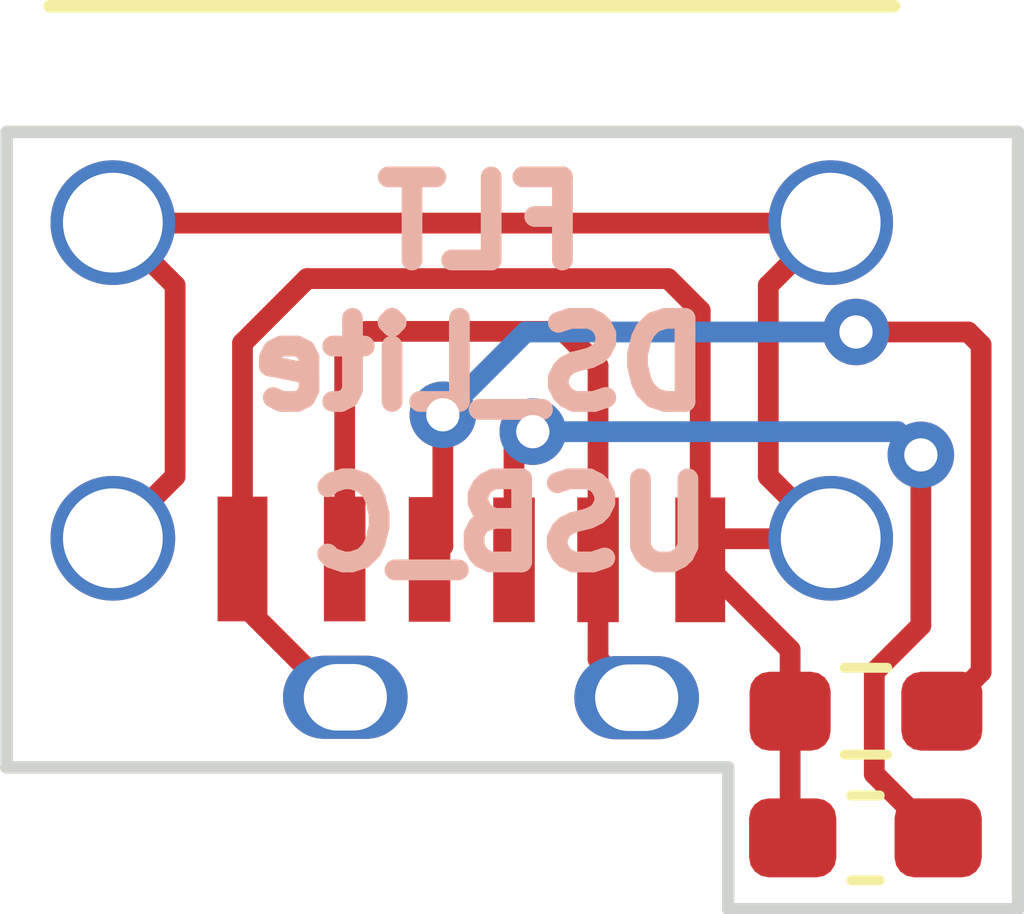
<source format=kicad_pcb>
(kicad_pcb (version 20171130) (host pcbnew 5.1.9+dfsg1-1)

  (general
    (thickness 1.6)
    (drawings 9)
    (tracks 46)
    (zones 0)
    (modules 4)
    (nets 5)
  )

  (page A4)
  (layers
    (0 F.Cu signal)
    (31 B.Cu signal)
    (32 B.Adhes user)
    (33 F.Adhes user)
    (34 B.Paste user)
    (35 F.Paste user)
    (36 B.SilkS user)
    (37 F.SilkS user)
    (38 B.Mask user)
    (39 F.Mask user)
    (40 Dwgs.User user)
    (41 Cmts.User user)
    (42 Eco1.User user)
    (43 Eco2.User user)
    (44 Edge.Cuts user)
    (45 Margin user)
    (46 B.CrtYd user)
    (47 F.CrtYd user)
    (48 B.Fab user)
    (49 F.Fab user)
  )

  (setup
    (last_trace_width 0.25)
    (trace_clearance 0.2)
    (zone_clearance 0.508)
    (zone_45_only no)
    (trace_min 0.2)
    (via_size 0.8)
    (via_drill 0.4)
    (via_min_size 0.4)
    (via_min_drill 0.3)
    (uvia_size 0.3)
    (uvia_drill 0.1)
    (uvias_allowed no)
    (uvia_min_size 0.2)
    (uvia_min_drill 0.1)
    (edge_width 0.15)
    (segment_width 0.2)
    (pcb_text_width 0.3)
    (pcb_text_size 1.5 1.5)
    (mod_edge_width 0.15)
    (mod_text_size 1 1)
    (mod_text_width 0.15)
    (pad_size 1.524 1.524)
    (pad_drill 0.762)
    (pad_to_mask_clearance 0.051)
    (solder_mask_min_width 0.25)
    (aux_axis_origin 0 0)
    (visible_elements FFFFFF7F)
    (pcbplotparams
      (layerselection 0x010f0_ffffffff)
      (usegerberextensions false)
      (usegerberattributes false)
      (usegerberadvancedattributes false)
      (creategerberjobfile false)
      (excludeedgelayer true)
      (linewidth 0.100000)
      (plotframeref false)
      (viasonmask false)
      (mode 1)
      (useauxorigin false)
      (hpglpennumber 1)
      (hpglpenspeed 20)
      (hpglpendiameter 15.000000)
      (psnegative false)
      (psa4output false)
      (plotreference true)
      (plotvalue true)
      (plotinvisibletext false)
      (padsonsilk false)
      (subtractmaskfromsilk false)
      (outputformat 1)
      (mirror false)
      (drillshape 0)
      (scaleselection 1)
      (outputdirectory "gerbers/"))
  )

  (net 0 "")
  (net 1 "Net-(U1-Pad2)")
  (net 2 "Net-(R1-Pad1)")
  (net 3 "Net-(R1-Pad2)")
  (net 4 "Net-(R2-Pad1)")

  (net_class Default "This is the default net class."
    (clearance 0.2)
    (trace_width 0.25)
    (via_dia 0.8)
    (via_drill 0.4)
    (uvia_dia 0.3)
    (uvia_drill 0.1)
    (add_net "Net-(R1-Pad1)")
    (add_net "Net-(R1-Pad2)")
    (add_net "Net-(R2-Pad1)")
    (add_net "Net-(U1-Pad2)")
  )

  (module custom_connectors:ds_lite_charger_pins (layer F.Cu) (tedit 6179224B) (tstamp 6263F720)
    (at 148.73224 76.0222)
    (path /6043BDCD)
    (fp_text reference U2 (at 0.01016 -1.88468) (layer F.SilkS) hide
      (effects (font (size 1 1) (thickness 0.15)))
    )
    (fp_text value battery_custom (at 0.4064 -3.68808) (layer F.Fab) hide
      (effects (font (size 1 1) (thickness 0.15)))
    )
    (pad 1 thru_hole oval (at -1.7526 -0.00508 90) (size 1 1.5) (drill oval 0.8 1) (layers *.Cu *.Mask)
      (net 3 "Net-(R1-Pad2)"))
    (pad 2 thru_hole oval (at 1.7526 0 90) (size 1 1.5) (drill oval 0.8 1) (layers *.Cu *.Mask)
      (net 1 "Net-(U1-Pad2)"))
  )

  (module Resistor_SMD:R_0603_1608Metric_Pad1.05x0.95mm_HandSolder (layer F.Cu) (tedit 60A3E85B) (tstamp 617982E8)
    (at 153.23696 77.70876 180)
    (descr "Resistor SMD 0603 (1608 Metric), square (rectangular) end terminal, IPC_7351 nominal with elongated pad for handsoldering. (Body size source: http://www.tortai-tech.com/upload/download/2011102023233369053.pdf), generated with kicad-footprint-generator")
    (tags "resistor handsolder")
    (path /606EE45F)
    (attr smd)
    (fp_text reference R1 (at 0 -1.43 180) (layer F.SilkS) hide
      (effects (font (size 1 1) (thickness 0.15)))
    )
    (fp_text value R (at 0 1.43 180) (layer F.Fab) hide
      (effects (font (size 1 1) (thickness 0.15)))
    )
    (fp_line (start 1.65 0.73) (end -1.65 0.73) (layer F.CrtYd) (width 0.05))
    (fp_line (start 1.65 -0.73) (end 1.65 0.73) (layer F.CrtYd) (width 0.05))
    (fp_line (start -1.65 -0.73) (end 1.65 -0.73) (layer F.CrtYd) (width 0.05))
    (fp_line (start -1.65 0.73) (end -1.65 -0.73) (layer F.CrtYd) (width 0.05))
    (fp_line (start -0.171267 0.51) (end 0.171267 0.51) (layer F.SilkS) (width 0.12))
    (fp_line (start -0.171267 -0.51) (end 0.171267 -0.51) (layer F.SilkS) (width 0.12))
    (fp_line (start 0.8 0.4) (end -0.8 0.4) (layer F.Fab) (width 0.1))
    (fp_line (start 0.8 -0.4) (end 0.8 0.4) (layer F.Fab) (width 0.1))
    (fp_line (start -0.8 -0.4) (end 0.8 -0.4) (layer F.Fab) (width 0.1))
    (fp_line (start -0.8 0.4) (end -0.8 -0.4) (layer F.Fab) (width 0.1))
    (fp_text user %R (at 0 0 180) (layer F.Fab)
      (effects (font (size 0.4 0.4) (thickness 0.06)))
    )
    (pad 1 smd roundrect (at -0.875 0 180) (size 1.05 0.95) (layers F.Cu F.Paste F.Mask) (roundrect_rratio 0.25)
      (net 2 "Net-(R1-Pad1)"))
    (pad 2 smd roundrect (at 0.875 0 180) (size 1.05 0.95) (layers F.Cu F.Paste F.Mask) (roundrect_rratio 0.25)
      (net 3 "Net-(R1-Pad2)"))
    (model ${KISYS3DMOD}/Resistor_SMD.3dshapes/R_0603_1608Metric.wrl
      (at (xyz 0 0 0))
      (scale (xyz 1 1 1))
      (rotate (xyz 0 0 0))
    )
  )

  (module Resistor_SMD:R_0603_1608Metric_Pad0.98x0.95mm_HandSolder (layer F.Cu) (tedit 5F68FEEE) (tstamp 6263F92E)
    (at 153.24328 76.18476 180)
    (descr "Resistor SMD 0603 (1608 Metric), square (rectangular) end terminal, IPC_7351 nominal with elongated pad for handsoldering. (Body size source: IPC-SM-782 page 72, https://www.pcb-3d.com/wordpress/wp-content/uploads/ipc-sm-782a_amendment_1_and_2.pdf), generated with kicad-footprint-generator")
    (tags "resistor handsolder")
    (path /617415DA)
    (attr smd)
    (fp_text reference R2 (at 0 -1.43) (layer F.SilkS) hide
      (effects (font (size 1 1) (thickness 0.15)))
    )
    (fp_text value R (at 0 1.43) (layer F.Fab) hide
      (effects (font (size 1 1) (thickness 0.15)))
    )
    (fp_line (start 1.65 0.73) (end -1.65 0.73) (layer F.CrtYd) (width 0.05))
    (fp_line (start 1.65 -0.73) (end 1.65 0.73) (layer F.CrtYd) (width 0.05))
    (fp_line (start -1.65 -0.73) (end 1.65 -0.73) (layer F.CrtYd) (width 0.05))
    (fp_line (start -1.65 0.73) (end -1.65 -0.73) (layer F.CrtYd) (width 0.05))
    (fp_line (start -0.254724 0.5225) (end 0.254724 0.5225) (layer F.SilkS) (width 0.12))
    (fp_line (start -0.254724 -0.5225) (end 0.254724 -0.5225) (layer F.SilkS) (width 0.12))
    (fp_line (start 0.8 0.4125) (end -0.8 0.4125) (layer F.Fab) (width 0.1))
    (fp_line (start 0.8 -0.4125) (end 0.8 0.4125) (layer F.Fab) (width 0.1))
    (fp_line (start -0.8 -0.4125) (end 0.8 -0.4125) (layer F.Fab) (width 0.1))
    (fp_line (start -0.8 0.4125) (end -0.8 -0.4125) (layer F.Fab) (width 0.1))
    (fp_text user %R (at 0 0) (layer F.Fab)
      (effects (font (size 0.4 0.4) (thickness 0.06)))
    )
    (pad 1 smd roundrect (at -0.9125 0 180) (size 0.975 0.95) (layers F.Cu F.Paste F.Mask) (roundrect_rratio 0.25)
      (net 4 "Net-(R2-Pad1)"))
    (pad 2 smd roundrect (at 0.9125 0 180) (size 0.975 0.95) (layers F.Cu F.Paste F.Mask) (roundrect_rratio 0.25)
      (net 3 "Net-(R1-Pad2)"))
    (model ${KISYS3DMOD}/Resistor_SMD.3dshapes/R_0603_1608Metric.wrl
      (at (xyz 0 0 0))
      (scale (xyz 1 1 1))
      (rotate (xyz 0 0 0))
    )
  )

  (module usb_custom:USB_C_6PIN_custom (layer F.Cu) (tedit 60BCE76C) (tstamp 6179806C)
    (at 148.5011 74.1045)
    (path /6043BD22)
    (fp_text reference U1 (at 0.1016 -10.2743) (layer F.SilkS) hide
      (effects (font (size 1 1) (thickness 0.15)))
    )
    (fp_text value usb_c_6pin (at 0.0635 -8.1026) (layer F.Fab) hide
      (effects (font (size 1 1) (thickness 0.15)))
    )
    (fp_line (start -5.08 -6.4008) (end 5.08 -6.4008) (layer F.SilkS) (width 0.15))
    (pad 3 smd rect (at -0.508 0.254) (size 0.5 1.5) (layers F.Cu F.Paste F.Mask)
      (net 4 "Net-(R2-Pad1)"))
    (pad 4 smd rect (at 0.508 0.25908) (size 0.5 1.5) (layers F.Cu F.Paste F.Mask)
      (net 2 "Net-(R1-Pad1)"))
    (pad 2 smd rect (at 1.51892 0.25908) (size 0.5 1.5) (layers F.Cu F.Paste F.Mask)
      (net 1 "Net-(U1-Pad2)"))
    (pad 2 smd rect (at -1.52908 0.24892) (size 0.5 1.5) (layers F.Cu F.Paste F.Mask)
      (net 1 "Net-(U1-Pad2)"))
    (pad 1 smd rect (at 2.74828 0.25908) (size 0.6 1.5) (layers F.Cu F.Paste F.Mask)
      (net 3 "Net-(R1-Pad2)"))
    (pad 1 smd rect (at -2.75844 0.24892) (size 0.6 1.5) (layers F.Cu F.Paste F.Mask)
      (net 3 "Net-(R1-Pad2)"))
    (pad 1 thru_hole circle (at 4.318 0) (size 1.5 1.5) (drill 1.2) (layers *.Cu *.Mask)
      (net 3 "Net-(R1-Pad2)"))
    (pad 1 thru_hole circle (at -4.318 0) (size 1.5 1.5) (drill 1.2) (layers *.Cu *.Mask)
      (net 3 "Net-(R1-Pad2)"))
    (pad 1 thru_hole circle (at -4.318 -3.7973) (size 1.5 1.5) (drill 1.2) (layers *.Cu *.Mask)
      (net 3 "Net-(R1-Pad2)"))
    (pad 1 thru_hole circle (at 4.318 -3.7973) (size 1.5 1.5) (drill 1.2) (layers *.Cu *.Mask)
      (net 3 "Net-(R1-Pad2)"))
  )

  (gr_line (start 142.90548 69.215) (end 142.90548 76.8604) (layer Edge.Cuts) (width 0.15))
  (gr_line (start 142.90548 69.215) (end 155.067 69.215) (layer Edge.Cuts) (width 0.15))
  (gr_line (start 151.5872 76.8604) (end 142.9004 76.8604) (layer Edge.Cuts) (width 0.15))
  (gr_line (start 151.5872 78.56728) (end 151.5872 76.8604) (layer Edge.Cuts) (width 0.15))
  (gr_line (start 155.07208 78.56728) (end 155.07208 69.215) (layer Edge.Cuts) (width 0.15))
  (gr_line (start 155.07208 78.56728) (end 151.5872 78.56728) (layer Edge.Cuts) (width 0.15))
  (gr_text USB_C (at 148.9583 73.9394) (layer B.SilkS) (tstamp 6176CDD6)
    (effects (font (size 1 1) (thickness 0.25)) (justify mirror))
  )
  (gr_text DS_Lite (at 148.59 72.009) (layer B.SilkS)
    (effects (font (size 1 1) (thickness 0.25)) (justify mirror))
  )
  (gr_text FLT (at 148.6154 70.3072) (layer B.SilkS) (tstamp 606812BA)
    (effects (font (size 1 1) (thickness 0.25)) (justify mirror))
  )

  (segment (start 146.97202 74.35342) (end 146.97202 71.87438) (width 0.25) (layer F.Cu) (net 1))
  (segment (start 146.97202 71.87438) (end 147.2311 71.6153) (width 0.25) (layer F.Cu) (net 1))
  (segment (start 147.2311 71.6153) (end 149.606 71.6153) (width 0.25) (layer F.Cu) (net 1))
  (segment (start 150.02002 72.02932) (end 150.02002 74.36358) (width 0.25) (layer F.Cu) (net 1))
  (segment (start 149.606 71.6153) (end 150.02002 72.02932) (width 0.25) (layer F.Cu) (net 1))
  (segment (start 150.02002 75.55738) (end 150.48484 76.0222) (width 0.25) (layer F.Cu) (net 1))
  (segment (start 150.02002 74.36358) (end 150.02002 75.55738) (width 0.25) (layer F.Cu) (net 1))
  (via (at 149.23516 72.8218) (size 0.8) (drill 0.4) (layers F.Cu B.Cu) (net 2))
  (segment (start 149.0091 73.04786) (end 149.23516 72.8218) (width 0.25) (layer F.Cu) (net 2))
  (segment (start 149.0091 74.36358) (end 149.0091 73.04786) (width 0.25) (layer F.Cu) (net 2))
  (via (at 153.90368 73.1012) (size 0.8) (drill 0.4) (layers F.Cu B.Cu) (net 2))
  (segment (start 153.62428 72.8218) (end 153.90368 73.1012) (width 0.25) (layer B.Cu) (net 2))
  (segment (start 149.23516 72.8218) (end 153.62428 72.8218) (width 0.25) (layer B.Cu) (net 2))
  (segment (start 153.34327 76.94007) (end 154.11196 77.70876) (width 0.25) (layer F.Cu) (net 2))
  (segment (start 153.34327 75.71426) (end 153.34327 76.94007) (width 0.25) (layer F.Cu) (net 2))
  (segment (start 153.90368 75.15385) (end 153.34327 75.71426) (width 0.25) (layer F.Cu) (net 2))
  (segment (start 153.90368 73.1012) (end 153.90368 75.15385) (width 0.25) (layer F.Cu) (net 2))
  (segment (start 152.818 74.11) (end 151.2559 74.11) (width 0.25) (layer F.Cu) (net 3))
  (segment (start 152.818 70.3127) (end 152.068001 71.062699) (width 0.25) (layer F.Cu) (net 3))
  (segment (start 152.068001 71.062699) (end 152.068001 73.360001) (width 0.25) (layer F.Cu) (net 3))
  (segment (start 152.068001 73.360001) (end 152.818 74.11) (width 0.25) (layer F.Cu) (net 3))
  (segment (start 152.818 70.3127) (end 144.182 70.3127) (width 0.25) (layer F.Cu) (net 3))
  (segment (start 144.182 74.11) (end 144.931999 73.360001) (width 0.25) (layer F.Cu) (net 3))
  (segment (start 144.931999 73.360001) (end 144.931999 71.062699) (width 0.25) (layer F.Cu) (net 3))
  (segment (start 144.931999 71.062699) (end 144.182 70.3127) (width 0.25) (layer F.Cu) (net 3))
  (segment (start 145.74266 74.89698) (end 146.9771 76.13142) (width 0.25) (layer F.Cu) (net 3))
  (segment (start 145.74266 74.35342) (end 145.74266 74.89698) (width 0.25) (layer F.Cu) (net 3))
  (segment (start 145.74266 74.35342) (end 145.74266 71.75754) (width 0.25) (layer F.Cu) (net 3))
  (segment (start 145.74266 71.75754) (end 146.5199 70.9803) (width 0.25) (layer F.Cu) (net 3))
  (segment (start 146.5199 70.9803) (end 150.8633 70.9803) (width 0.25) (layer F.Cu) (net 3))
  (segment (start 151.24938 71.36638) (end 151.24938 74.36358) (width 0.25) (layer F.Cu) (net 3))
  (segment (start 150.8633 70.9803) (end 151.24938 71.36638) (width 0.25) (layer F.Cu) (net 3))
  (segment (start 152.33078 75.44498) (end 151.24938 74.36358) (width 0.25) (layer F.Cu) (net 3))
  (segment (start 152.33078 76.18476) (end 152.33078 75.44498) (width 0.25) (layer F.Cu) (net 3))
  (segment (start 152.33078 77.67758) (end 152.36196 77.70876) (width 0.25) (layer F.Cu) (net 3))
  (segment (start 152.33078 76.18476) (end 152.33078 77.67758) (width 0.25) (layer F.Cu) (net 3))
  (segment (start 154.628681 75.711859) (end 154.628681 71.778961) (width 0.25) (layer F.Cu) (net 4))
  (segment (start 154.15578 76.18476) (end 154.628681 75.711859) (width 0.25) (layer F.Cu) (net 4))
  (via (at 153.12323 71.622498) (size 0.8) (drill 0.4) (layers F.Cu B.Cu) (net 4))
  (segment (start 154.472218 71.622498) (end 153.12323 71.622498) (width 0.25) (layer F.Cu) (net 4))
  (segment (start 154.628681 71.778961) (end 154.472218 71.622498) (width 0.25) (layer F.Cu) (net 4))
  (via (at 148.15312 72.6186) (size 0.8) (drill 0.4) (layers F.Cu B.Cu) (net 4))
  (segment (start 149.149222 71.622498) (end 148.15312 72.6186) (width 0.25) (layer B.Cu) (net 4))
  (segment (start 153.12323 71.622498) (end 149.149222 71.622498) (width 0.25) (layer B.Cu) (net 4))
  (segment (start 148.15312 74.19848) (end 147.9931 74.3585) (width 0.25) (layer F.Cu) (net 4))
  (segment (start 148.15312 72.6186) (end 148.15312 74.19848) (width 0.25) (layer F.Cu) (net 4))

)

</source>
